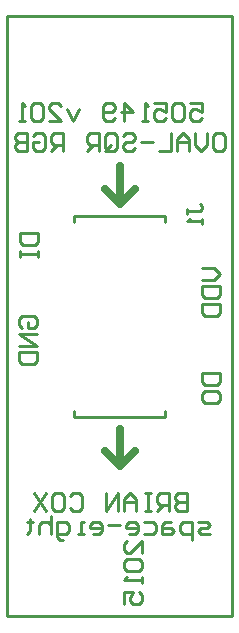
<source format=gbo>
%FSLAX25Y25*%
%MOIN*%
G70*
G01*
G75*
G04 Layer_Color=33789*
%ADD10R,0.05906X0.05906*%
%ADD11R,0.08000X0.05000*%
%ADD12C,0.02500*%
%ADD13C,0.00100*%
%ADD14C,0.16500*%
%ADD15C,0.04000*%
%ADD16R,0.17716X0.12205*%
%ADD17C,0.01000*%
D12*
X537500Y450000D02*
Y462500D01*
X532500Y455000D02*
X537500Y450000D01*
X532500Y455000D02*
X537500Y450000D01*
X542500Y455000D01*
X537500Y537500D02*
X542500Y542500D01*
X532500D02*
X537500Y537500D01*
Y550000D01*
D13*
X500000Y400000D02*
Y600000D01*
Y400000D02*
X575000D01*
Y600000D01*
X500000D02*
X575000D01*
D17*
X500000D02*
X575000D01*
Y400000D02*
Y600000D01*
X500000Y400000D02*
X575000D01*
X500000D02*
Y600000D01*
X522247Y531574D02*
Y533542D01*
X552759D01*
Y531574D02*
Y533542D01*
X522247Y466613D02*
Y468582D01*
Y466613D02*
X552759D01*
Y468582D01*
X560002Y534168D02*
Y535834D01*
Y535001D01*
X564167D01*
X565000Y535834D01*
Y536667D01*
X564167Y537500D01*
X565000Y532502D02*
Y530835D01*
Y531669D01*
X560002D01*
X560835Y532502D01*
X565002Y481000D02*
X571000D01*
Y478001D01*
X570000Y477001D01*
X566002D01*
X565002Y478001D01*
Y481000D01*
Y472003D02*
Y474002D01*
X566002Y475002D01*
X570000D01*
X571000Y474002D01*
Y472003D01*
X570000Y471003D01*
X566002D01*
X565002Y472003D01*
Y516000D02*
X569001D01*
X571000Y514001D01*
X569001Y512001D01*
X565002D01*
Y510002D02*
X571000D01*
Y507003D01*
X570000Y506003D01*
X566002D01*
X565002Y507003D01*
Y510002D01*
Y504004D02*
X571000D01*
Y501005D01*
X570000Y500005D01*
X566002D01*
X565002Y501005D01*
Y504004D01*
X504319Y527817D02*
X510317D01*
Y524818D01*
X509318Y523819D01*
X505319D01*
X504319Y524818D01*
Y527817D01*
Y521819D02*
Y519820D01*
Y520820D01*
X510317D01*
Y521819D01*
Y519820D01*
X505002Y496001D02*
X504002Y497001D01*
Y499000D01*
X505002Y500000D01*
X509000D01*
X510000Y499000D01*
Y497001D01*
X509000Y496001D01*
X507001D01*
Y498001D01*
X510000Y494002D02*
X504002D01*
X510000Y490003D01*
X504002D01*
Y488004D02*
X510000D01*
Y485005D01*
X509000Y484005D01*
X505002D01*
X504002Y485005D01*
Y488004D01*
X560000Y440998D02*
Y435000D01*
X557001D01*
X556001Y436000D01*
Y436999D01*
X557001Y437999D01*
X560000D01*
X557001D01*
X556001Y438999D01*
Y439998D01*
X557001Y440998D01*
X560000D01*
X554002Y435000D02*
Y440998D01*
X551003D01*
X550003Y439998D01*
Y437999D01*
X551003Y436999D01*
X554002D01*
X552003D02*
X550003Y435000D01*
X548004Y440998D02*
X546004D01*
X547004D01*
Y435000D01*
X548004D01*
X546004D01*
X543006D02*
Y438999D01*
X541006Y440998D01*
X539007Y438999D01*
Y435000D01*
Y437999D01*
X543006D01*
X537007Y435000D02*
Y440998D01*
X533009Y435000D01*
Y440998D01*
X521013Y439998D02*
X522012Y440998D01*
X524012D01*
X525011Y439998D01*
Y436000D01*
X524012Y435000D01*
X522012D01*
X521013Y436000D01*
X516014Y440998D02*
X518014D01*
X519013Y439998D01*
Y436000D01*
X518014Y435000D01*
X516014D01*
X515015Y436000D01*
Y439998D01*
X516014Y440998D01*
X513015D02*
X509017Y435000D01*
Y440998D02*
X513015Y435000D01*
X567500Y427500D02*
X564501D01*
X563501Y428500D01*
X564501Y429499D01*
X566500D01*
X567500Y430499D01*
X566500Y431499D01*
X563501D01*
X561502Y425501D02*
Y431499D01*
X558503D01*
X557503Y430499D01*
Y428500D01*
X558503Y427500D01*
X561502D01*
X554504Y431499D02*
X552505D01*
X551505Y430499D01*
Y427500D01*
X554504D01*
X555504Y428500D01*
X554504Y429499D01*
X551505D01*
X545507Y431499D02*
X548506D01*
X549506Y430499D01*
Y428500D01*
X548506Y427500D01*
X545507D01*
X540509D02*
X542508D01*
X543508Y428500D01*
Y430499D01*
X542508Y431499D01*
X540509D01*
X539509Y430499D01*
Y429499D01*
X543508D01*
X537510Y430499D02*
X533511D01*
X528513Y427500D02*
X530512D01*
X531512Y428500D01*
Y430499D01*
X530512Y431499D01*
X528513D01*
X527513Y430499D01*
Y429499D01*
X531512D01*
X525514Y427500D02*
X523514D01*
X524514D01*
Y431499D01*
X525514D01*
X518516Y425501D02*
X517516D01*
X516516Y426500D01*
Y431499D01*
X519516D01*
X520515Y430499D01*
Y428500D01*
X519516Y427500D01*
X516516D01*
X514517Y433498D02*
Y427500D01*
Y430499D01*
X513518Y431499D01*
X511518D01*
X510518Y430499D01*
Y427500D01*
X507519Y432498D02*
Y431499D01*
X508519D01*
X506520D01*
X507519D01*
Y428500D01*
X506520Y427500D01*
X545000Y421001D02*
Y425000D01*
X541001Y421001D01*
X540002D01*
X539002Y422001D01*
Y424000D01*
X540002Y425000D01*
Y419002D02*
X539002Y418002D01*
Y416003D01*
X540002Y415003D01*
X544000D01*
X545000Y416003D01*
Y418002D01*
X544000Y419002D01*
X540002D01*
X545000Y413004D02*
Y411004D01*
Y412004D01*
X539002D01*
X540002Y413004D01*
X539002Y404007D02*
Y408006D01*
X542001D01*
X541001Y406006D01*
Y405007D01*
X542001Y404007D01*
X544000D01*
X545000Y405007D01*
Y407006D01*
X544000Y408006D01*
X561001Y570998D02*
X565000D01*
Y567999D01*
X563001Y568999D01*
X562001D01*
X561001Y567999D01*
Y566000D01*
X562001Y565000D01*
X564000D01*
X565000Y566000D01*
X559002Y569998D02*
X558002Y570998D01*
X556003D01*
X555003Y569998D01*
Y566000D01*
X556003Y565000D01*
X558002D01*
X559002Y566000D01*
Y569998D01*
X549005Y570998D02*
X553004D01*
Y567999D01*
X551005Y568999D01*
X550005D01*
X549005Y567999D01*
Y566000D01*
X550005Y565000D01*
X552004D01*
X553004Y566000D01*
X547006Y565000D02*
X545007D01*
X546006D01*
Y570998D01*
X547006Y569998D01*
X539008Y565000D02*
Y570998D01*
X542007Y567999D01*
X538009D01*
X536009Y566000D02*
X535010Y565000D01*
X533010D01*
X532011Y566000D01*
Y569998D01*
X533010Y570998D01*
X535010D01*
X536009Y569998D01*
Y568999D01*
X535010Y567999D01*
X532011D01*
X524013Y568999D02*
X522014Y565000D01*
X520014Y568999D01*
X514016Y565000D02*
X518015D01*
X514016Y568999D01*
Y569998D01*
X515016Y570998D01*
X517016D01*
X518015Y569998D01*
X512017D02*
X511018Y570998D01*
X509018D01*
X508018Y569998D01*
Y566000D01*
X509018Y565000D01*
X511018D01*
X512017Y566000D01*
Y569998D01*
X506019Y565000D02*
X504020D01*
X505019D01*
Y570998D01*
X506019Y569998D01*
X569501Y560998D02*
X571500D01*
X572500Y559998D01*
Y556000D01*
X571500Y555000D01*
X569501D01*
X568501Y556000D01*
Y559998D01*
X569501Y560998D01*
X566502D02*
Y556999D01*
X564503Y555000D01*
X562503Y556999D01*
Y560998D01*
X560504Y555000D02*
Y558999D01*
X558504Y560998D01*
X556505Y558999D01*
Y555000D01*
Y557999D01*
X560504D01*
X554506Y560998D02*
Y555000D01*
X550507D01*
X548508Y557999D02*
X544509D01*
X538511Y559998D02*
X539511Y560998D01*
X541510D01*
X542510Y559998D01*
Y558999D01*
X541510Y557999D01*
X539511D01*
X538511Y556999D01*
Y556000D01*
X539511Y555000D01*
X541510D01*
X542510Y556000D01*
X532513D02*
Y559998D01*
X533513Y560998D01*
X535512D01*
X536512Y559998D01*
Y556000D01*
X535512Y555000D01*
X533513D01*
X534512Y556999D02*
X532513Y555000D01*
X533513D02*
X532513Y556000D01*
X530514Y555000D02*
Y560998D01*
X527515D01*
X526515Y559998D01*
Y557999D01*
X527515Y556999D01*
X530514D01*
X528514D02*
X526515Y555000D01*
X518517D02*
Y560998D01*
X515518D01*
X514519Y559998D01*
Y557999D01*
X515518Y556999D01*
X518517D01*
X516518D02*
X514519Y555000D01*
X508521Y559998D02*
X509520Y560998D01*
X511520D01*
X512519Y559998D01*
Y556000D01*
X511520Y555000D01*
X509520D01*
X508521Y556000D01*
Y557999D01*
X510520D01*
X506521Y560998D02*
Y555000D01*
X503522D01*
X502523Y556000D01*
Y556999D01*
X503522Y557999D01*
X506521D01*
X503522D01*
X502523Y558999D01*
Y559998D01*
X503522Y560998D01*
X506521D01*
M02*

</source>
